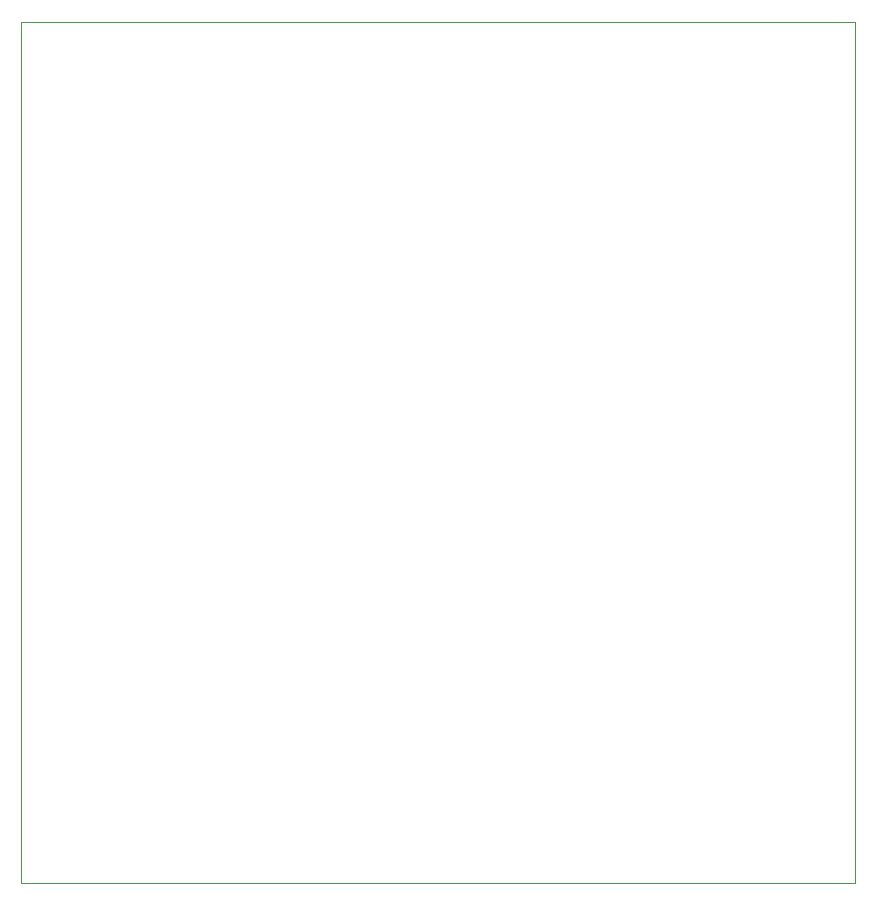
<source format=gbr>
%TF.GenerationSoftware,KiCad,Pcbnew,9.0.1*%
%TF.CreationDate,2025-05-21T12:09:37+01:00*%
%TF.ProjectId,FSC-BT631D-Breakout,4653432d-4254-4363-9331-442d42726561,rev?*%
%TF.SameCoordinates,Original*%
%TF.FileFunction,Profile,NP*%
%FSLAX46Y46*%
G04 Gerber Fmt 4.6, Leading zero omitted, Abs format (unit mm)*
G04 Created by KiCad (PCBNEW 9.0.1) date 2025-05-21 12:09:37*
%MOMM*%
%LPD*%
G01*
G04 APERTURE LIST*
%TA.AperFunction,Profile*%
%ADD10C,0.050000*%
%TD*%
G04 APERTURE END LIST*
D10*
X162306000Y-126282251D02*
X91694000Y-126238000D01*
X91694000Y-53340000D01*
X162306000Y-53340000D01*
X162306000Y-126282251D01*
M02*

</source>
